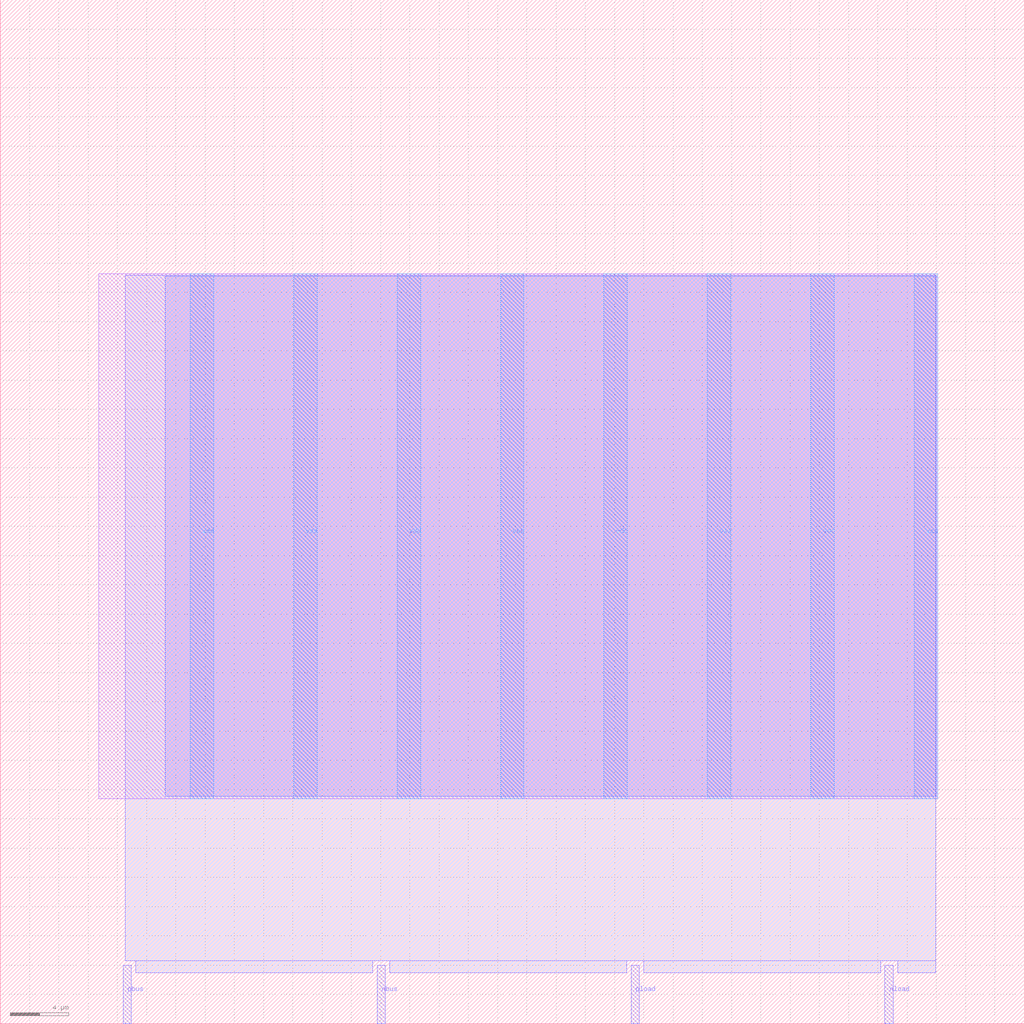
<source format=lef>
VERSION 5.7 ;
  NOWIREEXTENSIONATPIN ON ;
  DIVIDERCHAR "/" ;
  BUSBITCHARS "[]" ;
MACRO gyrator
  CLASS BLOCK ;
  FOREIGN gyrator ;
  ORIGIN 0.000 0.000 ;
  SIZE 70.000 BY 70.000 ;
  PIN nbus
    DIRECTION INOUT ;
    USE SIGNAL ;
    PORT
      LAYER Metal2 ;
        RECT 25.760 0.000 26.320 4.000 ;
    END
  END nbus
  PIN nload
    DIRECTION INOUT ;
    USE SIGNAL ;
    PORT
      LAYER Metal2 ;
        RECT 60.480 0.000 61.040 4.000 ;
    END
  END nload
  PIN pbus
    DIRECTION INOUT ;
    USE SIGNAL ;
    PORT
      LAYER Metal2 ;
        RECT 8.400 0.000 8.960 4.000 ;
    END
  END pbus
  PIN pload
    DIRECTION INOUT ;
    USE SIGNAL ;
    PORT
      LAYER Metal2 ;
        RECT 43.120 0.000 43.680 4.000 ;
    END
  END pload
  PIN vdd
    DIRECTION INOUT ;
    USE POWER ;
    PORT
      LAYER Metal4 ;
        RECT 12.990 15.380 14.590 51.260 ;
    END
    PORT
      LAYER Metal4 ;
        RECT 27.130 15.380 28.730 51.260 ;
    END
    PORT
      LAYER Metal4 ;
        RECT 41.270 15.380 42.870 51.260 ;
    END
    PORT
      LAYER Metal4 ;
        RECT 55.410 15.380 57.010 51.260 ;
    END
  END vdd
  PIN vss
    DIRECTION INOUT ;
    USE GROUND ;
    PORT
      LAYER Metal4 ;
        RECT 20.060 15.380 21.660 51.260 ;
    END
    PORT
      LAYER Metal4 ;
        RECT 34.200 15.380 35.800 51.260 ;
    END
    PORT
      LAYER Metal4 ;
        RECT 48.340 15.380 49.940 51.260 ;
    END
    PORT
      LAYER Metal4 ;
        RECT 62.480 15.380 64.080 51.260 ;
    END
  END vss
  OBS
      LAYER Metal1 ;
        RECT 6.720 15.380 64.080 51.260 ;
      LAYER Metal2 ;
        RECT 8.540 4.300 63.940 51.150 ;
        RECT 9.260 3.500 25.460 4.300 ;
        RECT 26.620 3.500 42.820 4.300 ;
        RECT 43.980 3.500 60.180 4.300 ;
        RECT 61.340 3.500 63.940 4.300 ;
      LAYER Metal3 ;
        RECT 11.290 15.540 63.990 51.100 ;
  END
END gyrator
END LIBRARY


</source>
